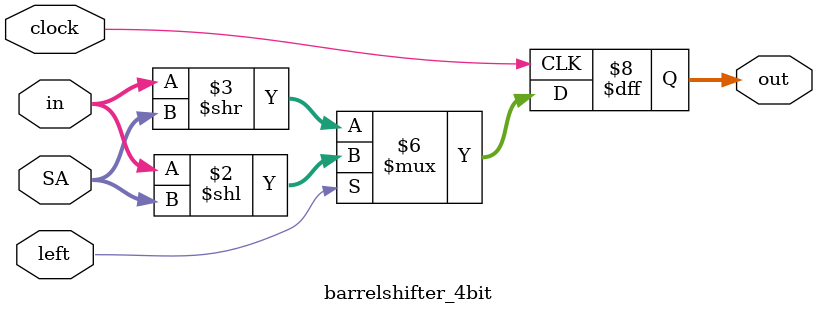
<source format=v>
module barrelshifter_4bit(input clock, input [1:0] SA, input left, input [3:0] in, output reg [3:0] out=0);

always @(posedge clock) begin
    if (left) begin
        out <= in << SA;
    end
    else begin
        out <= in >> SA;
    end
end

endmodule

</source>
